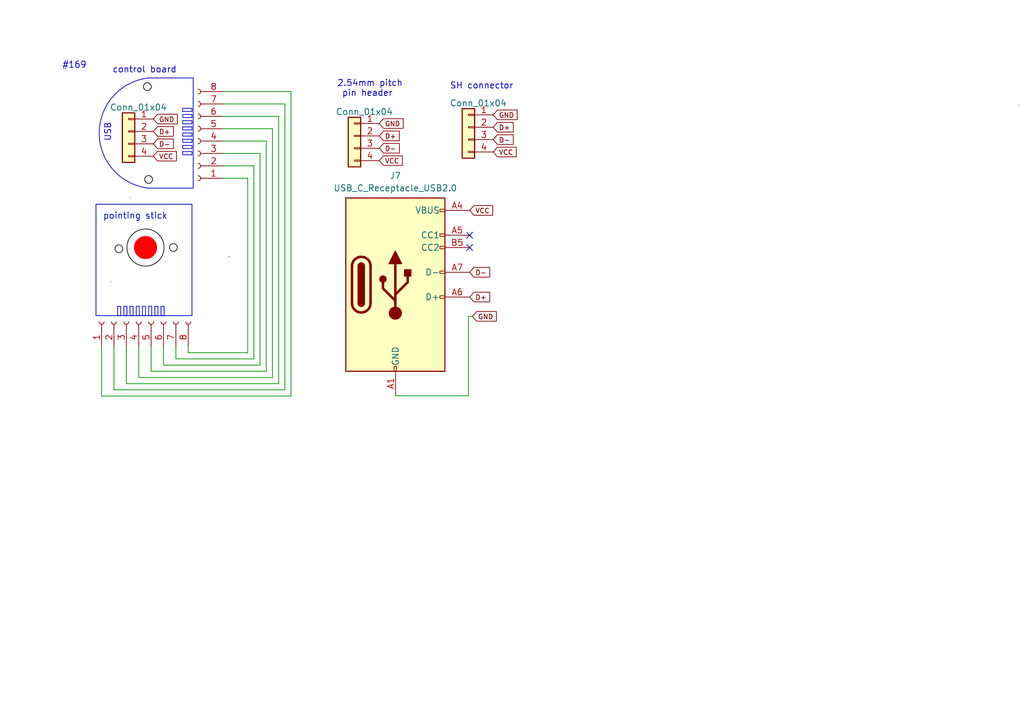
<source format=kicad_sch>
(kicad_sch (version 20230121) (generator eeschema)
  (paper "A5")
  (title_block (title "Trackpoint Extension") (date "2023-06-18") (rev "1.0") (company "Key Techtonix") (comment 1 "@k2, @otahinosame"))
  (lib_symbols
    (symbol "Connector:Conn_01x08_Socket" (pin_names (offset 1.016) hide)
      (property "Reference" "J" (at 0 10.16 0))
      (property "Value" "Conn_01x08_Socket" (at 0 -12.7 0))
      (symbol "Conn_01x08_Socket_1_1"
        (arc (start 0 -9.652) (mid -0.5058 -10.16) (end 0 -10.668) (stroke (width 0.1524)))
        (arc (start 0 -7.112) (mid -0.5058 -7.62) (end 0 -8.128) (stroke (width 0.1524)))
        (arc (start 0 -4.572) (mid -0.5058 -5.08) (end 0 -5.588) (stroke (width 0.1524)))
        (arc (start 0 -2.032) (mid -0.5058 -2.54) (end 0 -3.048) (stroke (width 0.1524)))
        (polyline (pts (xy -1.27 -10.16) (xy -0.508 -10.16)) (stroke (width 0.1524)))
        (polyline (pts (xy -1.27 -7.62) (xy -0.508 -7.62)) (stroke (width 0.1524)))
        (polyline (pts (xy -1.27 -5.08) (xy -0.508 -5.08)) (stroke (width 0.1524)))
        (polyline (pts (xy -1.27 -2.54) (xy -0.508 -2.54)) (stroke (width 0.1524)))
        (polyline (pts (xy -1.27 0) (xy -0.508 0)) (stroke (width 0.1524)))
        (polyline (pts (xy -1.27 2.54) (xy -0.508 2.54)) (stroke (width 0.1524)))
        (polyline (pts (xy -1.27 5.08) (xy -0.508 5.08)) (stroke (width 0.1524)))
        (polyline (pts (xy -1.27 7.62) (xy -0.508 7.62)) (stroke (width 0.1524)))
        (arc (start 0 0.508) (mid -0.5058 0) (end 0 -0.508) (stroke (width 0.1524)))
        (arc (start 0 3.048) (mid -0.5058 2.54) (end 0 2.032) (stroke (width 0.1524)))
        (arc (start 0 5.588) (mid -0.5058 5.08) (end 0 4.572) (stroke (width 0.1524)))
        (arc (start 0 8.128) (mid -0.5058 7.62) (end 0 7.112) (stroke (width 0.1524)))
        (pin passive line (at -5.08 7.62 0) (length 3.81) (name "Pin_1") (number "1"))
        (pin passive line (at -5.08 5.08 0) (length 3.81) (name "Pin_2") (number "2"))
        (pin passive line (at -5.08 2.54 0) (length 3.81) (name "Pin_3") (number "3"))
        (pin passive line (at -5.08 0 0) (length 3.81) (name "Pin_4") (number "4"))
        (pin passive line (at -5.08 -2.54 0) (length 3.81) (name "Pin_5") (number "5"))
        (pin passive line (at -5.08 -5.08 0) (length 3.81) (name "Pin_6") (number "6"))
        (pin passive line (at -5.08 -7.62 0) (length 3.81) (name "Pin_7") (number "7"))
        (pin passive line (at -5.08 -10.16 0) (length 3.81) (name "Pin_8") (number "8"))
      )
    )
    (symbol "Connector_Generic:Conn_01x04" (pin_names (offset 1.016) hide)
      (property "Reference" "J" (at 0 5.08 0))
      (property "Value" "Conn_01x04" (at 0 -7.62 0))
      (symbol "Conn_01x04_1_1"
        (rectangle (start -1.27 -4.953) (end 0 -5.207) (stroke (width 0.1524)))
        (rectangle (start -1.27 -2.413) (end 0 -2.667) (stroke (width 0.1524)))
        (rectangle (start -1.27 0.127) (end 0 -0.127) (stroke (width 0.1524)))
        (rectangle (start -1.27 2.667) (end 0 2.413) (stroke (width 0.1524)))
        (rectangle (start -1.27 3.81) (end 1.27 -6.35) (stroke (width 0.254)) (fill (type background)))
        (pin passive line (at -5.08 2.54 0) (length 3.81) (name "Pin_1") (number "1"))
        (pin passive line (at -5.08 0 0) (length 3.81) (name "Pin_2") (number "2"))
        (pin passive line (at -5.08 -2.54 0) (length 3.81) (name "Pin_3") (number "3"))
        (pin passive line (at -5.08 -5.08 0) (length 3.81) (name "Pin_4") (number "4"))
      )
    )
    (symbol "k2_symbols:USB_C_Receptacle_USB2.0_k2" (pin_names (offset 1.016))
      (property "Reference" "J" (at -10.16 19.05 0))
      (property "Value" "USB_C_Receptacle_USB2.0" (at 19.05 19.05 0))
      (symbol "USB_C_Receptacle_USB2.0_k2_0_0"
        (rectangle (start -0.254 -17.78) (end 0.254 -16.764))
        (rectangle (start 10.16 -2.286) (end 9.144 -2.794))
        (rectangle (start 10.16 2.794) (end 9.144 2.286))
        (rectangle (start 10.16 7.874) (end 9.144 7.366))
        (rectangle (start 10.16 10.414) (end 9.144 9.906))
        (rectangle (start 10.16 15.494) (end 9.144 14.986))
      )
      (symbol "USB_C_Receptacle_USB2.0_k2_0_1"
        (rectangle (start -10.16 17.78) (end 10.16 -17.78) (stroke (width 0.254)) (fill (type background)))
        (arc (start -8.89 -3.81) (mid -6.985 -5.7067) (end -5.08 -3.81) (stroke (width 0.508)))
        (arc (start -7.62 -3.81) (mid -6.985 -4.4423) (end -6.35 -3.81) (stroke (width 0.254)))
        (arc (start -7.62 -3.81) (mid -6.985 -4.4423) (end -6.35 -3.81) (stroke (width 0.254)) (fill (type outline)))
        (rectangle (start -7.62 -3.81) (end -6.35 3.81) (stroke (width 0.254)) (fill (type outline)))
        (arc (start -6.35 3.81) (mid -6.985 4.4423) (end -7.62 3.81) (stroke (width 0.254)))
        (arc (start -6.35 3.81) (mid -6.985 4.4423) (end -7.62 3.81) (stroke (width 0.254)) (fill (type outline)))
        (arc (start -5.08 3.81) (mid -6.985 5.7067) (end -8.89 3.81) (stroke (width 0.508)))
        (circle (center -2.54 1.143) (radius 0.635) (stroke (width 0.254)) (fill (type outline)))
        (circle (center 0 -5.842) (radius 1.27) (fill (type outline)))
        (polyline (pts (xy -8.89 -3.81) (xy -8.89 3.81)) (stroke (width 0.508)))
        (polyline (pts (xy -5.08 3.81) (xy -5.08 -3.81)) (stroke (width 0.508)))
        (polyline (pts (xy 0 -5.842) (xy 0 4.318)) (stroke (width 0.508)))
        (polyline (pts (xy 0 -3.302) (xy -2.54 -0.762) (xy -2.54 0.508)) (stroke (width 0.508)))
        (polyline (pts (xy 0 -2.032) (xy 2.54 0.508) (xy 2.54 1.778)) (stroke (width 0.508)))
        (polyline (pts (xy -1.27 4.318) (xy 0 6.858) (xy 1.27 4.318) (xy -1.27 4.318)) (stroke (width 0.254)) (fill (type outline)))
        (rectangle (start 1.905 1.778) (end 3.175 3.048) (stroke (width 0.254)) (fill (type outline)))
      )
      (symbol "USB_C_Receptacle_USB2.0_k2_1_1"
        (pin passive line (at 0.0508 -22.8092 90) (length 5.08) (name "GND") (number "A1"))
        (pin passive line (at 0 -22.86 90) (length 5.08) hide (name "GND") (number "A12"))
        (pin passive line (at 15.24 15.24 180) (length 5.08) (name "VBUS") (number "A4"))
        (pin bidirectional line (at 15.24 10.16 180) (length 5.08) (name "CC1") (number "A5"))
        (pin bidirectional line (at 15.24 -2.54 180) (length 5.08) (name "D+") (number "A6"))
        (pin bidirectional line (at 15.24 2.54 180) (length 5.08) (name "D-") (number "A7"))
        (pin passive line (at 15.24 15.24 180) (length 5.08) hide (name "VBUS") (number "A9"))
        (pin passive line (at 0 -22.86 90) (length 5.08) hide (name "GND") (number "B1"))
        (pin passive line (at 0 -22.86 90) (length 5.08) hide (name "GND") (number "B12"))
        (pin passive line (at 15.24 15.24 180) (length 5.08) hide (name "VBUS") (number "B4"))
        (pin bidirectional line (at 15.24 7.62 180) (length 5.08) (name "CC2") (number "B5"))
        (pin passive line (at 15.24 15.24 180) (length 5.08) hide (name "VBUS") (number "B9"))
      )
    )
  )
  (no_connect (at 96.3168 50.8))
  (no_connect (at 96.3168 48.26))
  (wire (pts (xy 45.72 18.796) (xy 59.69 18.796)))
  (wire (pts (xy 52.07 73.66) (xy 36.068 73.66)))
  (polyline (pts (xy 30.48 38.608) (xy 39.624 38.608)))
  (wire (pts (xy 55.88 77.47) (xy 55.88 26.416)))
  (wire (pts (xy 53.34 31.496) (xy 45.72 31.496)))
  (polyline (pts (xy 39.624 16.002) (xy 39.624 38.608)))
  (wire (pts (xy 23.368 71.12) (xy 23.368 80.01)))
  (wire (pts (xy 38.608 71.12) (xy 38.608 72.39)))
  (wire (pts (xy 45.72 34.036) (xy 52.07 34.036)))
  (wire (pts (xy 58.42 80.01) (xy 58.42 21.336)))
  (wire (pts (xy 50.8 72.39) (xy 50.8 36.576)))
  (wire (pts (xy 96.0628 81.2292) (xy 81.1276 81.2292)))
  (wire (pts (xy 33.528 71.12) (xy 33.528 74.93)))
  (wire (pts (xy 59.69 81.28) (xy 20.828 81.28)))
  (wire (pts (xy 53.34 74.93) (xy 53.34 31.496)))
  (wire (pts (xy 36.068 73.66) (xy 36.068 71.12)))
  (wire (pts (xy 20.828 71.12) (xy 20.828 81.28)))
  (wire (pts (xy 96.8756 64.9224) (xy 96.0628 64.9224)))
  (wire (pts (xy 45.72 28.956) (xy 54.61 28.956)))
  (wire (pts (xy 96.0628 64.9224) (xy 96.0628 81.2292)))
  (wire (pts (xy 23.368 80.01) (xy 58.42 80.01)))
  (wire (pts (xy 33.528 74.93) (xy 53.34 74.93)))
  (wire (pts (xy 55.88 26.416) (xy 45.72 26.416)))
  (wire (pts (xy 54.61 76.2) (xy 30.988 76.2)))
  (wire (pts (xy 59.69 18.796) (xy 59.69 81.28)))
  (wire (pts (xy 58.42 21.336) (xy 45.72 21.336)))
  (wire (pts (xy 54.61 28.956) (xy 54.61 76.2)))
  (wire (pts (xy 30.988 76.2) (xy 30.988 71.12)))
  (wire (pts (xy 45.72 23.876) (xy 57.15 23.876)))
  (wire (pts (xy 57.15 23.876) (xy 57.15 78.74)))
  (wire (pts (xy 52.07 34.036) (xy 52.07 73.66)))
  (wire (pts (xy 25.908 78.74) (xy 25.908 71.12)))
  (polyline (pts (xy 30.48 16.002) (xy 39.624 16.002)))
  (wire (pts (xy 45.72 36.576) (xy 50.8 36.576)))
  (wire (pts (xy 28.448 71.12) (xy 28.448 77.47)))
  (wire (pts (xy 38.608 72.39) (xy 50.8 72.39)))
  (wire (pts (xy 57.15 78.74) (xy 25.908 78.74)))
  (wire (pts (xy 28.448 77.47) (xy 55.88 77.47)))
  (rectangle (start 39.37 22.225) (end 37.465 22.86))
  (rectangle (start 39.37 26.035) (end 37.465 26.67))
  (rectangle (start 29.21 62.865) (end 29.845 64.77))
  (rectangle (start 39.37 24.765) (end 37.465 25.4))
  (rectangle (start 208.915 21.59) (end 208.915 21.59))
  (rectangle (start 30.48 62.865) (end 31.115 64.77))
  (rectangle (start 22.86 57.785) (end 22.86 57.785))
  (rectangle (start 39.37 31.115) (end 37.465 31.75))
  (circle (center 35.56 50.8) (radius 0.8032) (stroke (width 0) (color 20 14 33 1)))
  (rectangle (start 37.465 29.845) (end 39.37 30.48))
  (rectangle (start 46.99 52.705) (end 46.99 52.705))
  (rectangle (start 33.02 62.865) (end 33.655 64.77))
  (circle (center 30.226 17.78) (radius 0.8032) (stroke (width 0) (color 20 14 33 1)))
  (circle (center 30.48 36.83) (radius 0.8032) (stroke (width 0) (color 20 14 33 1)))
  (rectangle (start 26.67 62.865) (end 27.305 64.77))
  (circle (center 29.845 50.8) (radius 3.81) (stroke (width 0) (color 20 14 33 1)))
  (rectangle (start 46.99 52.705) (end 46.99 52.705))
  (circle (center 29.845 50.8) (radius 2.2895) (stroke (width 0) (color 255 0 0 1)) (fill (type color) (color 255 0 0 1)))
  (arc (start 30.48 38.608) (mid 20.3466 27.305) (end 30.48 16.002))
  (rectangle (start 27.94 62.865) (end 28.575 64.77))
  (rectangle (start 25.4 62.865) (end 26.035 64.77))
  (rectangle (start 19.685 41.91) (end 39.37 64.77))
  (rectangle (start 24.13 62.865) (end 24.765 64.77))
  (rectangle (start 31.75 62.865) (end 32.385 64.77))
  (rectangle (start 39.37 28.575) (end 37.465 29.21))
  (circle (center 24.384 51.054) (radius 0.8032) (stroke (width 0) (color 20 14 33 1)))
  (rectangle (start 26.67 40.64) (end 26.67 40.64))
  (rectangle (start 39.37 23.495) (end 37.465 24.13))
  (rectangle (start 39.37 27.305) (end 37.465 27.94))
  (text "USB" (at 22.86 29.21 90) (effects (font (size 1.27 1.27)) (justify left bottom)))
  (text "2.54mm pitch\n pin header" (at 69.1388 20.0152 0) (effects (font (size 1.27 1.27)) (justify left bottom)))
  (text "SH connector" (at 92.2528 18.4912 0) (effects (font (size 1.27 1.27)) (justify left bottom)))
  (text "#169" (at 12.7 14.224 0) (effects (font (size 1.27 1.27)) (justify left bottom)))
  (text "control board" (at 23.0124 15.1892 0) (effects (font (size 1.27 1.27)) (justify left bottom)))
  (text "pointing stick" (at 21.082 45.212 0) (effects (font (size 1.27 1.27)) (justify left bottom)))
  (global_label "GND" (shape input) (at 96.8756 64.9224 0) (effects (font (size 0.9906 0.9906))) (property "Intersheetrefs" "${INTERSHEET_REFS}" (effects hide)))
  (global_label "VCC" (shape input) (at 101.1428 31.1912 0) (effects (font (size 0.9906 0.9906))) (property "Intersheetrefs" "${INTERSHEET_REFS}" (effects hide)))
  (global_label "D-" (shape input) (at 31.4452 29.5148 0) (effects (font (size 0.9906 0.9906))) (property "Intersheetrefs" "${INTERSHEET_REFS}" (effects hide)))
  (global_label "D-" (shape input) (at 96.3168 55.88 0) (effects (font (size 0.9906 0.9906))) (property "Intersheetrefs" "${INTERSHEET_REFS}" (effects hide)))
  (global_label "GND" (shape input) (at 77.7748 25.3492 0) (effects (font (size 0.9906 0.9906))) (property "Intersheetrefs" "${INTERSHEET_REFS}" (effects hide)))
  (global_label "D+" (shape input) (at 96.3168 60.96 0) (effects (font (size 0.9906 0.9906))) (property "Intersheetrefs" "${INTERSHEET_REFS}" (effects hide)))
  (global_label "D-" (shape input) (at 77.7748 30.4292 0) (effects (font (size 0.9906 0.9906))) (property "Intersheetrefs" "${INTERSHEET_REFS}" (effects hide)))
  (global_label "D+" (shape input) (at 101.1428 26.1112 0) (effects (font (size 0.9906 0.9906))) (property "Intersheetrefs" "${INTERSHEET_REFS}" (effects hide)))
  (global_label "GND" (shape input) (at 31.4452 24.4348 0) (effects (font (size 0.9906 0.9906))) (property "Intersheetrefs" "${INTERSHEET_REFS}" (effects hide)))
  (global_label "D-" (shape input) (at 101.1428 28.6512 0) (effects (font (size 0.9906 0.9906))) (property "Intersheetrefs" "${INTERSHEET_REFS}" (effects hide)))
  (global_label "VCC" (shape input) (at 96.3168 43.18 0) (effects (font (size 0.9906 0.9906))) (property "Intersheetrefs" "${INTERSHEET_REFS}" (effects hide)))
  (global_label "D+" (shape input) (at 77.7748 27.8892 0) (effects (font (size 0.9906 0.9906))) (property "Intersheetrefs" "${INTERSHEET_REFS}" (effects hide)))
  (global_label "VCC" (shape input) (at 31.4452 32.0548 0) (effects (font (size 0.9906 0.9906))) (property "Intersheetrefs" "${INTERSHEET_REFS}" (effects hide)))
  (global_label "VCC" (shape input) (at 77.7748 32.9692 0) (effects (font (size 0.9906 0.9906))) (property "Intersheetrefs" "${INTERSHEET_REFS}" (effects hide)))
  (global_label "D+" (shape input) (at 31.4452 26.9748 0) (effects (font (size 0.9906 0.9906))) (property "Intersheetrefs" "${INTERSHEET_REFS}" (effects hide)))
  (global_label "GND" (shape input) (at 101.1428 23.5712 0) (effects (font (size 0.9906 0.9906))) (property "Intersheetrefs" "${INTERSHEET_REFS}" (effects hide)))
  (symbol (lib_id "Connector_Generic:Conn_01x04") (at 72.6948 27.8892 0) (mirror y) (unit 1)
    (property "Reference" "J5" (effects hide))
    (property "Value" "Conn_01x04" (at 74.7268 22.9447 0))
    (property "Footprint" "Connector_PinHeader_2.54mm:PinHeader_1x04_P2.54mm_Vertical" (effects hide))
  )
  (symbol (lib_id "Connector_Generic:Conn_01x04") (at 96.0628 26.1112 0) (mirror y) (unit 1)
    (property "Reference" "J4" (effects hide))
    (property "Value" "Conn_01x04" (at 98.0948 21.1667 0))
    (property "Footprint" "footprint:JST_SH_BM03B-SRSS-TB_1x04-1MP_P1.00mm_Vertical" (effects hide))
  )
  (symbol (lib_id "Connector:Conn_01x08_Socket") (at 40.64 28.956 180) (unit 1)
    (property "Reference" "J2" (effects hide))
    (property "Value" "Conn_01x08_Socket" (effects hide))
    (property "Footprint" "k2Library-2023rev1:trackpoint-8pins-rev2" (effects hide))
  )
  (symbol (lib_id "Connector:Conn_01x08_Socket") (at 28.448 66.04 90) (unit 1)
    (property "Reference" "J1" (effects hide))
    (property "Value" "Conn_01x08_Socket" (effects hide))
    (property "Footprint" "k2Library-2023rev1:trackpoint-8pins-rev2" (effects hide))
  )
  (symbol (lib_id "Connector_Generic:Conn_01x04") (at 26.3652 26.9748 0) (mirror y) (unit 1)
    (property "Reference" "J3" (effects hide))
    (property "Value" "Conn_01x04" (at 28.3972 22.0303 0))
    (property "Footprint" "Connector_PinSocket_2.00mm:PinSocket_1x04_P2.00mm_Vertical" (effects hide))
  )
  (symbol (lib_id "k2_symbols:USB_C_Receptacle_USB2.0_k2") (at 81.0768 58.42 0) (unit 1)
    (property "Reference" "J7" (at 81.0768 36.068 0))
    (property "Value" "USB_C_Receptacle_USB2.0" (at 81.0768 38.608 0))
    (property "Footprint" "k2Library-2023rev1:USB_C_Receptacle_AKIZUKIDENSHI" (effects hide))
    (property "Datasheet" "https://www.usb.org/sites/default/files/documents/usb_type-c.zip" (effects hide))
  )
)
</source>
